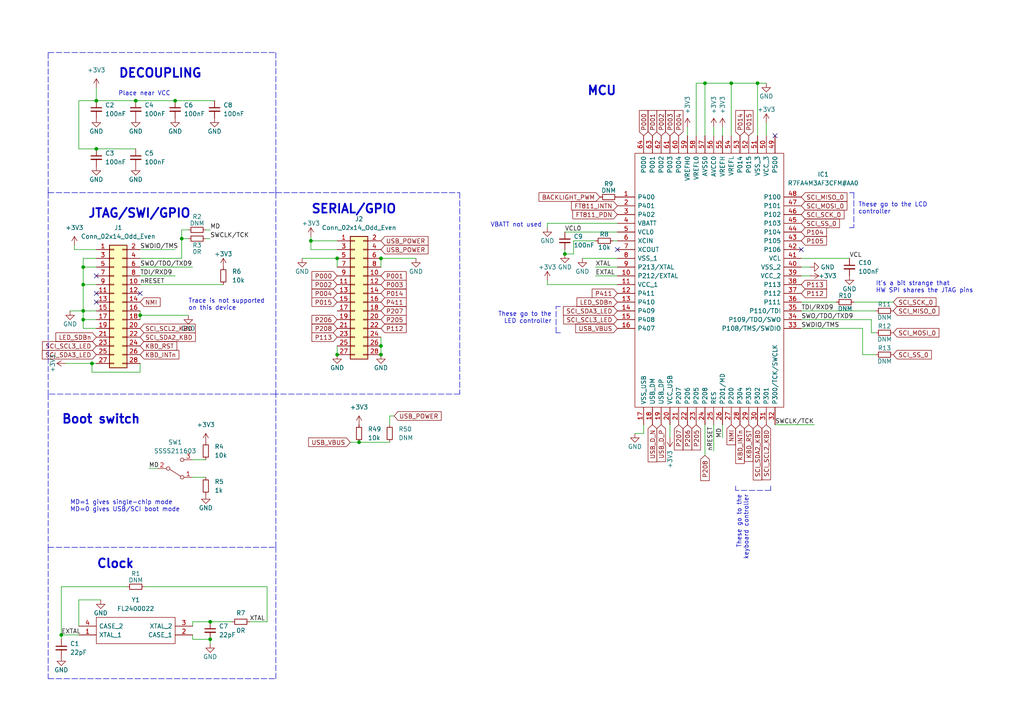
<source format=kicad_sch>
(kicad_sch (version 20211123) (generator eeschema)
  (paper "A4")
  (lib_symbols
    (symbol "Connector_Generic:Conn_02x14_Odd_Even" (pin_names (offset 1.016) hide)
      (property "Reference" "J" (at 1.27 17.78 0))
      (property "Value" "Conn_02x14_Odd_Even" (at 1.27 -20.32 0))
      (symbol "Conn_02x14_Odd_Even_1_1"
        (rectangle (start -1.27 -17.653) (end 0 -17.907) (stroke (width 0.1524)))
        (rectangle (start -1.27 -15.113) (end 0 -15.367) (stroke (width 0.1524)))
        (rectangle (start -1.27 -12.573) (end 0 -12.827) (stroke (width 0.1524)))
        (rectangle (start -1.27 -10.033) (end 0 -10.287) (stroke (width 0.1524)))
        (rectangle (start -1.27 -7.493) (end 0 -7.747) (stroke (width 0.1524)))
        (rectangle (start -1.27 -4.953) (end 0 -5.207) (stroke (width 0.1524)))
        (rectangle (start -1.27 -2.413) (end 0 -2.667) (stroke (width 0.1524)))
        (rectangle (start -1.27 0.127) (end 0 -0.127) (stroke (width 0.1524)))
        (rectangle (start -1.27 2.667) (end 0 2.413) (stroke (width 0.1524)))
        (rectangle (start -1.27 5.207) (end 0 4.953) (stroke (width 0.1524)))
        (rectangle (start -1.27 7.747) (end 0 7.493) (stroke (width 0.1524)))
        (rectangle (start -1.27 10.287) (end 0 10.033) (stroke (width 0.1524)))
        (rectangle (start -1.27 12.827) (end 0 12.573) (stroke (width 0.1524)))
        (rectangle (start -1.27 15.367) (end 0 15.113) (stroke (width 0.1524)))
        (rectangle (start -1.27 16.51) (end 3.81 -19.05) (stroke (width 0.254)) (fill (type background)))
        (rectangle (start 3.81 -17.653) (end 2.54 -17.907) (stroke (width 0.1524)))
        (rectangle (start 3.81 -15.113) (end 2.54 -15.367) (stroke (width 0.1524)))
        (rectangle (start 3.81 -12.573) (end 2.54 -12.827) (stroke (width 0.1524)))
        (rectangle (start 3.81 -10.033) (end 2.54 -10.287) (stroke (width 0.1524)))
        (rectangle (start 3.81 -7.493) (end 2.54 -7.747) (stroke (width 0.1524)))
        (rectangle (start 3.81 -4.953) (end 2.54 -5.207) (stroke (width 0.1524)))
        (rectangle (start 3.81 -2.413) (end 2.54 -2.667) (stroke (width 0.1524)))
        (rectangle (start 3.81 0.127) (end 2.54 -0.127) (stroke (width 0.1524)))
        (rectangle (start 3.81 2.667) (end 2.54 2.413) (stroke (width 0.1524)))
        (rectangle (start 3.81 5.207) (end 2.54 4.953) (stroke (width 0.1524)))
        (rectangle (start 3.81 7.747) (end 2.54 7.493) (stroke (width 0.1524)))
        (rectangle (start 3.81 10.287) (end 2.54 10.033) (stroke (width 0.1524)))
        (rectangle (start 3.81 12.827) (end 2.54 12.573) (stroke (width 0.1524)))
        (rectangle (start 3.81 15.367) (end 2.54 15.113) (stroke (width 0.1524)))
        (pin passive line (at -5.08 15.24 0) (length 3.81) (name "Pin_1") (number "1"))
        (pin passive line (at 7.62 5.08 180) (length 3.81) (name "Pin_10") (number "10"))
        (pin passive line (at -5.08 2.54 0) (length 3.81) (name "Pin_11") (number "11"))
        (pin passive line (at 7.62 2.54 180) (length 3.81) (name "Pin_12") (number "12"))
        (pin passive line (at -5.08 0 0) (length 3.81) (name "Pin_13") (number "13"))
        (pin passive line (at 7.62 0 180) (length 3.81) (name "Pin_14") (number "14"))
        (pin passive line (at -5.08 -2.54 0) (length 3.81) (name "Pin_15") (number "15"))
        (pin passive line (at 7.62 -2.54 180) (length 3.81) (name "Pin_16") (number "16"))
        (pin passive line (at -5.08 -5.08 0) (length 3.81) (name "Pin_17") (number "17"))
        (pin passive line (at 7.62 -5.08 180) (length 3.81) (name "Pin_18") (number "18"))
        (pin passive line (at -5.08 -7.62 0) (length 3.81) (name "Pin_19") (number "19"))
        (pin passive line (at 7.62 15.24 180) (length 3.81) (name "Pin_2") (number "2"))
        (pin passive line (at 7.62 -7.62 180) (length 3.81) (name "Pin_20") (number "20"))
        (pin passive line (at -5.08 -10.16 0) (length 3.81) (name "Pin_21") (number "21"))
        (pin passive line (at 7.62 -10.16 180) (length 3.81) (name "Pin_22") (number "22"))
        (pin passive line (at -5.08 -12.7 0) (length 3.81) (name "Pin_23") (number "23"))
        (pin passive line (at 7.62 -12.7 180) (length 3.81) (name "Pin_24") (number "24"))
        (pin passive line (at -5.08 -15.24 0) (length 3.81) (name "Pin_25") (number "25"))
        (pin passive line (at 7.62 -15.24 180) (length 3.81) (name "Pin_26") (number "26"))
        (pin passive line (at -5.08 -17.78 0) (length 3.81) (name "Pin_27") (number "27"))
        (pin passive line (at 7.62 -17.78 180) (length 3.81) (name "Pin_28") (number "28"))
        (pin passive line (at -5.08 12.7 0) (length 3.81) (name "Pin_3") (number "3"))
        (pin passive line (at 7.62 12.7 180) (length 3.81) (name "Pin_4") (number "4"))
        (pin passive line (at -5.08 10.16 0) (length 3.81) (name "Pin_5") (number "5"))
        (pin passive line (at 7.62 10.16 180) (length 3.81) (name "Pin_6") (number "6"))
        (pin passive line (at -5.08 7.62 0) (length 3.81) (name "Pin_7") (number "7"))
        (pin passive line (at 7.62 7.62 180) (length 3.81) (name "Pin_8") (number "8"))
        (pin passive line (at -5.08 5.08 0) (length 3.81) (name "Pin_9") (number "9"))
      )
    )
    (symbol "Device:C_Small" (pin_numbers hide) (pin_names (offset 0.254) hide)
      (property "Reference" "C" (at 0.254 1.778 0))
      (property "Value" "C_Small" (at 0.254 -2.032 0))
      (symbol "C_Small_0_1"
        (polyline (pts (xy -1.524 -0.508) (xy 1.524 -0.508)) (stroke (width 0.3302)))
        (polyline (pts (xy -1.524 0.508) (xy 1.524 0.508)) (stroke (width 0.3048)))
      )
      (symbol "C_Small_1_1"
        (pin passive line (at 0 2.54 270) (length 2.032) (name "~") (number "1"))
        (pin passive line (at 0 -2.54 90) (length 2.032) (name "~") (number "2"))
      )
    )
    (symbol "Device:R_Small" (pin_numbers hide) (pin_names (offset 0.254) hide)
      (property "Reference" "R" (at 0.762 0.508 0))
      (property "Value" "R_Small" (at 0.762 -1.016 0))
      (symbol "R_Small_0_1"
        (rectangle (start -0.762 1.778) (end 0.762 -1.778) (stroke (width 0.2032)))
      )
      (symbol "R_Small_1_1"
        (pin passive line (at 0 2.54 270) (length 0.762) (name "~") (number "1"))
        (pin passive line (at 0 -2.54 90) (length 0.762) (name "~") (number "2"))
      )
    )
    (symbol "SamacSys_Parts:FL2400022" (pin_names (offset 0.762))
      (property "Reference" "Y" (at 29.21 7.62 0))
      (property "Value" "FL2400022" (at 29.21 5.08 0))
      (symbol "FL2400022_0_0"
        (pin passive line (at 0 -2.54 0) (length 5.08) (name "XTAL_1") (number "1"))
        (pin passive line (at 33.02 -2.54 180) (length 5.08) (name "CASE_1") (number "2"))
        (pin passive line (at 33.02 0 180) (length 5.08) (name "XTAL_2") (number "3"))
        (pin passive line (at 0 0 0) (length 5.08) (name "CASE_2") (number "4"))
      )
      (symbol "FL2400022_0_1"
        (polyline (pts (xy 5.08 2.54) (xy 27.94 2.54) (xy 27.94 -5.08) (xy 5.08 -5.08) (xy 5.08 2.54)) (stroke (width 0.1524)))
      )
    )
    (symbol "SamacSys_Parts:R7FA4M3AF3CFM#AA0" (pin_names (offset 0.762))
      (property "Reference" "IC" (at 49.53 17.78 0))
      (property "Value" "R7FA4M3AF3CFM#AA0" (at 49.53 15.24 0))
      (symbol "R7FA4M3AF3CFM#AA0_0_0"
        (pin passive line (at 0 0 0) (length 5.08) (name "P400") (number "1"))
        (pin passive line (at 0 -22.86 0) (length 5.08) (name "P212/EXTAL") (number "10"))
        (pin passive line (at 0 -25.4 0) (length 5.08) (name "VCC_1") (number "11"))
        (pin passive line (at 0 -27.94 0) (length 5.08) (name "P411") (number "12"))
        (pin passive line (at 0 -30.48 0) (length 5.08) (name "P410") (number "13"))
        (pin passive line (at 0 -33.02 0) (length 5.08) (name "P409") (number "14"))
        (pin passive line (at 0 -35.56 0) (length 5.08) (name "P408") (number "15"))
        (pin passive line (at 0 -38.1 0) (length 5.08) (name "P407") (number "16"))
        (pin passive line (at 7.62 -66.04 90) (length 5.08) (name "VSS_USB") (number "17"))
        (pin passive line (at 10.16 -66.04 90) (length 5.08) (name "USB_DM") (number "18"))
        (pin passive line (at 12.7 -66.04 90) (length 5.08) (name "USB_DP") (number "19"))
        (pin passive line (at 0 -2.54 0) (length 5.08) (name "P401") (number "2"))
        (pin passive line (at 15.24 -66.04 90) (length 5.08) (name "VCC_USB") (number "20"))
        (pin passive line (at 17.78 -66.04 90) (length 5.08) (name "P207") (number "21"))
        (pin passive line (at 20.32 -66.04 90) (length 5.08) (name "P206") (number "22"))
        (pin passive line (at 22.86 -66.04 90) (length 5.08) (name "P205") (number "23"))
        (pin passive line (at 25.4 -66.04 90) (length 5.08) (name "P208") (number "24"))
        (pin passive line (at 27.94 -66.04 90) (length 5.08) (name "RES") (number "25"))
        (pin passive line (at 30.48 -66.04 90) (length 5.08) (name "P201/MD") (number "26"))
        (pin passive line (at 33.02 -66.04 90) (length 5.08) (name "P200") (number "27"))
        (pin passive line (at 35.56 -66.04 90) (length 5.08) (name "P304") (number "28"))
        (pin passive line (at 38.1 -66.04 90) (length 5.08) (name "P303") (number "29"))
        (pin passive line (at 0 -5.08 0) (length 5.08) (name "P402") (number "3"))
        (pin passive line (at 40.64 -66.04 90) (length 5.08) (name "P302") (number "30"))
        (pin passive line (at 43.18 -66.04 90) (length 5.08) (name "P301") (number "31"))
        (pin passive line (at 45.72 -66.04 90) (length 5.08) (name "P300/TCK/SWCLK") (number "32"))
        (pin passive line (at 53.34 -38.1 180) (length 5.08) (name "P108/TMS/SWDIO") (number "33"))
        (pin passive line (at 53.34 -35.56 180) (length 5.08) (name "P109/TDO/SWO") (number "34"))
        (pin passive line (at 53.34 -33.02 180) (length 5.08) (name "P110/TDI") (number "35"))
        (pin passive line (at 53.34 -30.48 180) (length 5.08) (name "P111") (number "36"))
        (pin passive line (at 53.34 -27.94 180) (length 5.08) (name "P112") (number "37"))
        (pin passive line (at 53.34 -25.4 180) (length 5.08) (name "P113") (number "38"))
        (pin passive line (at 53.34 -22.86 180) (length 5.08) (name "VCC_2") (number "39"))
        (pin passive line (at 0 -7.62 0) (length 5.08) (name "VBATT") (number "4"))
        (pin passive line (at 53.34 -20.32 180) (length 5.08) (name "VSS_2") (number "40"))
        (pin passive line (at 53.34 -17.78 180) (length 5.08) (name "VCL") (number "41"))
        (pin passive line (at 53.34 -15.24 180) (length 5.08) (name "P106") (number "42"))
        (pin passive line (at 53.34 -12.7 180) (length 5.08) (name "P105") (number "43"))
        (pin passive line (at 53.34 -10.16 180) (length 5.08) (name "P104") (number "44"))
        (pin passive line (at 53.34 -7.62 180) (length 5.08) (name "P103") (number "45"))
        (pin passive line (at 53.34 -5.08 180) (length 5.08) (name "P102") (number "46"))
        (pin passive line (at 53.34 -2.54 180) (length 5.08) (name "P101") (number "47"))
        (pin passive line (at 53.34 0 180) (length 5.08) (name "P100") (number "48"))
        (pin passive line (at 45.72 17.78 270) (length 5.08) (name "P500") (number "49"))
        (pin passive line (at 0 -10.16 0) (length 5.08) (name "VCL0") (number "5"))
        (pin passive line (at 43.18 17.78 270) (length 5.08) (name "VCC_3") (number "50"))
        (pin passive line (at 40.64 17.78 270) (length 5.08) (name "VSS_3") (number "51"))
        (pin passive line (at 38.1 17.78 270) (length 5.08) (name "P015") (number "52"))
        (pin passive line (at 35.56 17.78 270) (length 5.08) (name "P014") (number "53"))
        (pin passive line (at 33.02 17.78 270) (length 5.08) (name "VREFL") (number "54"))
        (pin passive line (at 30.48 17.78 270) (length 5.08) (name "VREFH") (number "55"))
        (pin passive line (at 27.94 17.78 270) (length 5.08) (name "AVCC0") (number "56"))
        (pin passive line (at 25.4 17.78 270) (length 5.08) (name "AVSS0") (number "57"))
        (pin passive line (at 22.86 17.78 270) (length 5.08) (name "VREFL0") (number "58"))
        (pin passive line (at 20.32 17.78 270) (length 5.08) (name "VREFH0") (number "59"))
        (pin passive line (at 0 -12.7 0) (length 5.08) (name "XCIN") (number "6"))
        (pin passive line (at 17.78 17.78 270) (length 5.08) (name "P004") (number "60"))
        (pin passive line (at 15.24 17.78 270) (length 5.08) (name "P003") (number "61"))
        (pin passive line (at 12.7 17.78 270) (length 5.08) (name "P002") (number "62"))
        (pin passive line (at 10.16 17.78 270) (length 5.08) (name "P001") (number "63"))
        (pin passive line (at 7.62 17.78 270) (length 5.08) (name "P000") (number "64"))
        (pin passive line (at 0 -15.24 0) (length 5.08) (name "XCOUT") (number "7"))
        (pin passive line (at 0 -17.78 0) (length 5.08) (name "VSS_1") (number "8"))
        (pin passive line (at 0 -20.32 0) (length 5.08) (name "P213/XTAL") (number "9"))
      )
      (symbol "R7FA4M3AF3CFM#AA0_0_1"
        (polyline (pts (xy 5.08 12.7) (xy 48.26 12.7) (xy 48.26 -60.96) (xy 5.08 -60.96) (xy 5.08 12.7)) (stroke (width 0.1524)))
      )
    )
    (symbol "Switch:SW_SPDT" (pin_names (offset 0) hide)
      (property "Reference" "SW" (at 0 4.318 0))
      (property "Value" "SW_SPDT" (at 0 -5.08 0))
      (symbol "SW_SPDT_0_0"
        (circle (center -2.032 0) (radius 0.508))
        (circle (center 2.032 -2.54) (radius 0.508))
      )
      (symbol "SW_SPDT_0_1"
        (polyline (pts (xy -1.524 0.254) (xy 1.651 2.286)))
        (circle (center 2.032 2.54) (radius 0.508))
      )
      (symbol "SW_SPDT_1_1"
        (pin passive line (at 5.08 2.54 180) (length 2.54) (name "A") (number "1"))
        (pin passive line (at -5.08 0 0) (length 2.54) (name "B") (number "2"))
        (pin passive line (at 5.08 -2.54 180) (length 2.54) (name "C") (number "3"))
      )
    )
    (symbol "power:+3V3" (power) (pin_names (offset 0))
      (property "Value" "+3V3" (at 0 3.556 0))
      (symbol "+3V3_0_1"
        (polyline (pts (xy -0.762 1.27) (xy 0 2.54)))
        (polyline (pts (xy 0 0) (xy 0 2.54)))
        (polyline (pts (xy 0 2.54) (xy 0.762 1.27)))
      )
      (symbol "+3V3_1_1"
        (pin power_in line (at 0 0 90) (length 0) hide (name "+3V3") (number "1"))
      )
    )
    (symbol "power:GND" (power) (pin_names (offset 0))
      (property "Value" "GND" (at 0 -3.81 0))
      (symbol "GND_0_1"
        (polyline (pts (xy 0 0) (xy 0 -1.27) (xy 1.27 -1.27) (xy 0 -2.54) (xy -1.27 -1.27) (xy 0 -1.27)))
      )
      (symbol "GND_1_1"
        (pin power_in line (at 0 0 270) (length 0) hide (name "GND") (number "1"))
      )
    )
  )
  (junction (at 104.14 128.27))
  (junction (at 27.94 29.21))
  (junction (at 27.94 43.18))
  (junction (at 97.79 102.87))
  (junction (at 39.37 29.21))
  (junction (at 204.47 24.13))
  (junction (at 110.49 100.33))
  (junction (at 212.09 24.13))
  (junction (at 110.49 74.93))
  (junction (at 163.83 73.66))
  (junction (at 24.13 90.17))
  (junction (at 52.705 69.215))
  (junction (at 219.71 24.13))
  (junction (at 60.96 180.34))
  (junction (at 24.13 77.47))
  (junction (at 50.8 29.21))
  (junction (at 97.79 74.93))
  (junction (at 24.13 92.71))
  (junction (at 110.49 102.87))
  (junction (at 40.64 91.44))
  (junction (at 90.17 69.85))
  (junction (at 17.78 184.15))
  (junction (at 24.13 82.55))
  (junction (at 26.67 105.41))
  (junction (at 60.96 185.42))
  (no_connect (at 27.94 80.01))
  (no_connect (at 179.07 72.39))
  (no_connect (at 224.79 39.37))
  (no_connect (at 232.41 72.39))
  (no_connect (at 27.94 85.09))
  (no_connect (at 40.64 85.09))
  (no_connect (at 27.94 87.63))
  (polyline (pts (xy 80.01 55.88) (xy 133.35 55.88)))
  (wire (pts (xy 113.03 123.19) (xy 113.03 120.65)))
  (wire (pts (xy 97.79 69.85) (xy 90.17 69.85)))
  (polyline (pts (xy 13.97 15.24) (xy 80.01 15.24)))
  (wire (pts (xy 168.91 74.93) (xy 179.07 74.93)))
  (wire (pts (xy 252.73 92.71) (xy 252.73 96.52)))
  (wire (pts (xy 104.14 128.27) (xy 113.03 128.27)))
  (wire (pts (xy 60.96 185.42) (xy 60.96 186.69)))
  (wire (pts (xy 77.47 170.18) (xy 41.91 170.18)))
  (wire (pts (xy 212.09 24.13) (xy 219.71 24.13)))
  (wire (pts (xy 24.13 92.71) (xy 24.13 95.25)))
  (wire (pts (xy 163.83 67.31) (xy 179.07 67.31)))
  (wire (pts (xy 55.88 133.35) (xy 59.69 133.35)))
  (polyline (pts (xy 13.97 158.75) (xy 80.01 158.75)))
  (wire (pts (xy 110.49 100.33) (xy 110.49 102.87)))
  (wire (pts (xy 40.64 77.47) (xy 55.88 77.47)))
  (wire (pts (xy 40.64 74.93) (xy 52.705 74.93)))
  (wire (pts (xy 110.49 74.93) (xy 120.65 74.93)))
  (wire (pts (xy 209.55 36.83) (xy 209.55 39.37)))
  (wire (pts (xy 22.86 29.21) (xy 27.94 29.21)))
  (wire (pts (xy 184.15 125.73) (xy 186.69 125.73)))
  (wire (pts (xy 24.13 82.55) (xy 24.13 90.17)))
  (wire (pts (xy 40.64 72.39) (xy 50.8 72.39)))
  (wire (pts (xy 36.83 170.18) (xy 17.78 170.18)))
  (wire (pts (xy 22.86 173.99) (xy 22.86 181.61)))
  (wire (pts (xy 24.13 77.47) (xy 24.13 82.55)))
  (wire (pts (xy 232.41 95.25) (xy 250.19 95.25)))
  (polyline (pts (xy 133.35 114.3) (xy 80.01 114.3)))
  (polyline (pts (xy 13.97 114.3) (xy 13.97 158.75)))
  (polyline (pts (xy 13.97 55.88) (xy 13.97 15.24)))
  (polyline (pts (xy 223.52 142.24) (xy 213.36 142.24)))
  (wire (pts (xy 59.69 69.215) (xy 60.96 69.215)))
  (wire (pts (xy 52.705 66.675) (xy 54.61 66.675)))
  (wire (pts (xy 252.73 96.52) (xy 254 96.52)))
  (wire (pts (xy 40.64 80.01) (xy 50.8 80.01)))
  (wire (pts (xy 172.72 77.47) (xy 179.07 77.47)))
  (wire (pts (xy 52.705 74.93) (xy 52.705 69.215)))
  (wire (pts (xy 172.72 80.01) (xy 179.07 80.01)))
  (wire (pts (xy 177.8 69.85) (xy 179.07 69.85)))
  (wire (pts (xy 27.94 74.93) (xy 24.13 74.93)))
  (wire (pts (xy 222.25 35.56) (xy 222.25 39.37)))
  (wire (pts (xy 21.59 72.39) (xy 21.59 71.12)))
  (polyline (pts (xy 13.97 55.88) (xy 13.97 114.3)))
  (polyline (pts (xy 80.01 55.88) (xy 80.01 114.3)))
  (wire (pts (xy 201.93 39.37) (xy 201.93 24.13)))
  (wire (pts (xy 201.93 24.13) (xy 204.47 24.13)))
  (wire (pts (xy 110.49 74.93) (xy 110.49 77.47)))
  (wire (pts (xy 250.19 102.87) (xy 254 102.87)))
  (polyline (pts (xy 13.97 158.75) (xy 13.97 196.85)))
  (polyline (pts (xy 246.38 55.88) (xy 247.65 55.88)))
  (wire (pts (xy 166.37 69.85) (xy 166.37 73.66)))
  (wire (pts (xy 234.95 77.47) (xy 232.41 77.47)))
  (wire (pts (xy 209.55 123.19) (xy 209.55 127)))
  (polyline (pts (xy 223.52 140.97) (xy 223.52 142.24)))
  (wire (pts (xy 27.94 43.18) (xy 39.37 43.18)))
  (polyline (pts (xy 162.56 96.52) (xy 161.29 96.52)))
  (wire (pts (xy 204.47 39.37) (xy 204.47 24.13)))
  (wire (pts (xy 207.01 123.19) (xy 207.01 130.81)))
  (polyline (pts (xy 213.36 140.97) (xy 213.36 142.24)))
  (polyline (pts (xy 80.01 158.75) (xy 80.01 114.3)))
  (wire (pts (xy 110.49 97.79) (xy 110.49 100.33)))
  (wire (pts (xy 166.37 73.66) (xy 163.83 73.66)))
  (wire (pts (xy 77.47 180.34) (xy 77.47 170.18)))
  (wire (pts (xy 24.13 90.17) (xy 27.94 90.17)))
  (wire (pts (xy 250.19 95.25) (xy 250.19 102.87)))
  (wire (pts (xy 72.39 180.34) (xy 77.47 180.34)))
  (polyline (pts (xy 133.35 55.88) (xy 133.35 114.3)))
  (wire (pts (xy 97.79 72.39) (xy 90.17 72.39)))
  (wire (pts (xy 43.18 135.89) (xy 45.72 135.89)))
  (wire (pts (xy 39.37 29.21) (xy 27.94 29.21)))
  (polyline (pts (xy 246.38 66.04) (xy 247.65 66.04)))
  (wire (pts (xy 26.67 105.41) (xy 27.94 105.41)))
  (polyline (pts (xy 80.01 114.3) (xy 13.97 114.3)))
  (polyline (pts (xy 247.65 55.88) (xy 247.65 66.04)))
  (wire (pts (xy 194.31 123.19) (xy 194.31 127)))
  (wire (pts (xy 97.79 74.93) (xy 97.79 77.47)))
  (wire (pts (xy 224.79 123.19) (xy 236.22 123.19)))
  (wire (pts (xy 232.41 92.71) (xy 252.73 92.71)))
  (wire (pts (xy 158.75 81.28) (xy 158.75 82.55)))
  (wire (pts (xy 60.96 185.42) (xy 55.88 185.42)))
  (wire (pts (xy 158.75 64.77) (xy 179.07 64.77)))
  (wire (pts (xy 17.78 170.18) (xy 17.78 184.15)))
  (wire (pts (xy 207.01 36.83) (xy 207.01 39.37)))
  (wire (pts (xy 59.69 66.675) (xy 60.96 66.675)))
  (wire (pts (xy 52.705 69.215) (xy 52.705 66.675)))
  (wire (pts (xy 50.8 29.21) (xy 39.37 29.21)))
  (wire (pts (xy 55.88 180.34) (xy 60.96 180.34)))
  (wire (pts (xy 27.94 72.39) (xy 21.59 72.39)))
  (polyline (pts (xy 80.01 196.85) (xy 80.01 158.75)))
  (wire (pts (xy 40.64 91.44) (xy 40.64 92.71)))
  (wire (pts (xy 26.67 105.41) (xy 26.67 107.95)))
  (wire (pts (xy 186.69 125.73) (xy 186.69 123.19)))
  (wire (pts (xy 26.67 107.95) (xy 40.64 107.95)))
  (wire (pts (xy 212.09 39.37) (xy 212.09 24.13)))
  (wire (pts (xy 232.41 87.63) (xy 242.57 87.63)))
  (wire (pts (xy 232.41 74.93) (xy 246.38 74.93)))
  (polyline (pts (xy 161.29 96.52) (xy 161.29 88.9)))
  (wire (pts (xy 22.86 184.15) (xy 17.78 184.15)))
  (wire (pts (xy 27.94 29.21) (xy 27.94 25.4)))
  (wire (pts (xy 24.13 92.71) (xy 27.94 92.71)))
  (wire (pts (xy 199.39 36.83) (xy 199.39 39.37)))
  (wire (pts (xy 55.88 181.61) (xy 55.88 180.34)))
  (wire (pts (xy 19.05 105.41) (xy 26.67 105.41)))
  (wire (pts (xy 24.13 82.55) (xy 27.94 82.55)))
  (wire (pts (xy 234.95 80.01) (xy 232.41 80.01)))
  (wire (pts (xy 40.64 82.55) (xy 64.77 82.55)))
  (wire (pts (xy 60.96 180.34) (xy 67.31 180.34)))
  (wire (pts (xy 40.64 90.17) (xy 40.64 91.44)))
  (wire (pts (xy 54.61 91.44) (xy 40.64 91.44)))
  (wire (pts (xy 101.6 128.27) (xy 104.14 128.27)))
  (wire (pts (xy 219.71 24.13) (xy 219.71 39.37)))
  (wire (pts (xy 204.47 24.13) (xy 212.09 24.13)))
  (wire (pts (xy 22.86 43.18) (xy 22.86 29.21)))
  (wire (pts (xy 29.21 173.99) (xy 22.86 173.99)))
  (wire (pts (xy 87.63 74.93) (xy 97.79 74.93)))
  (wire (pts (xy 259.08 87.63) (xy 247.65 87.63)))
  (wire (pts (xy 97.79 100.33) (xy 97.79 102.87)))
  (wire (pts (xy 24.13 95.25) (xy 27.94 95.25)))
  (wire (pts (xy 55.88 138.43) (xy 59.69 138.43)))
  (polyline (pts (xy 13.97 196.85) (xy 80.01 196.85)))
  (polyline (pts (xy 162.56 88.9) (xy 161.29 88.9)))
  (wire (pts (xy 52.705 69.215) (xy 54.61 69.215)))
  (polyline (pts (xy 13.97 55.88) (xy 80.01 55.88)))
  (wire (pts (xy 55.88 185.42) (xy 55.88 184.15)))
  (wire (pts (xy 40.64 107.95) (xy 40.64 105.41)))
  (wire (pts (xy 158.75 66.04) (xy 158.75 64.77)))
  (wire (pts (xy 158.75 82.55) (xy 179.07 82.55)))
  (wire (pts (xy 172.72 69.85) (xy 166.37 69.85)))
  (wire (pts (xy 24.13 77.47) (xy 27.94 77.47)))
  (wire (pts (xy 90.17 69.85) (xy 90.17 68.58)))
  (wire (pts (xy 24.13 74.93) (xy 24.13 77.47)))
  (wire (pts (xy 20.32 90.17) (xy 24.13 90.17)))
  (wire (pts (xy 27.94 43.18) (xy 22.86 43.18)))
  (wire (pts (xy 62.23 29.21) (xy 50.8 29.21)))
  (wire (pts (xy 219.71 24.13) (xy 222.25 24.13)))
  (polyline (pts (xy 80.01 15.24) (xy 80.01 55.88)))
  (wire (pts (xy 90.17 72.39) (xy 90.17 69.85)))
  (wire (pts (xy 113.03 120.65) (xy 114.3 120.65)))
  (wire (pts (xy 17.78 184.15) (xy 17.78 185.42)))
  (wire (pts (xy 232.41 90.17) (xy 254 90.17)))
  (wire (pts (xy 204.47 132.08) (xy 204.47 123.19)))
  (wire (pts (xy 24.13 90.17) (xy 24.13 92.71)))
  (wire (pts (xy 163.83 72.39) (xy 163.83 73.66)))
  (text "SERIAL/GPIO" (at 90.17 62.23 0) (effects (font (size 2.54 2.54) (thickness 0.508) bold) (justify left bottom)))
  (text "Clock" (at 27.94 165.1 0) (effects (font (size 2.54 2.54) (thickness 0.508) bold) (justify left bottom)))
  (text "DECOUPLING" (at 34.29 22.86 0) (effects (font (size 2.54 2.54) (thickness 0.508) bold) (justify left bottom)))
  (text "It's a bit strange that \nHW SPI shares the JTAG pins" (at 254 85.09 0) (effects (font (size 1.27 1.27)) (justify left bottom)))
  (text "These go to the\nkeyboard controller" (at 217.17 143.51 270) (effects (font (size 1.27 1.27)) (justify right bottom)))
  (text "These go to the LCD\ncontroller" (at 248.92 62.23 0) (effects (font (size 1.27 1.27)) (justify left bottom)))
  (text "MD=1 gives single-chip mode\nMD=0 gives USB/SCI boot mode" (at 20.32 148.59 0) (effects (font (size 1.27 1.27)) (justify left bottom)))
  (text "Place near VCC" (at 34.29 27.94 0) (effects (font (size 1.27 1.27)) (justify left bottom)))
  (text "VBATT not used" (at 142.24 66.04 0) (effects (font (size 1.27 1.27)) (justify left bottom)))
  (text "Trace is not supported\non this device" (at 54.61 90.17 0) (effects (font (size 1.27 1.27)) (justify left bottom)))
  (text "Boot switch" (at 17.78 123.19 0) (effects (font (size 2.54 2.54) (thickness 0.508) bold) (justify left bottom)))
  (text "MCU" (at 170.18 27.94 0) (effects (font (size 2.54 2.54) (thickness 0.508) bold) (justify left bottom)))
  (text "These go to the\nLED controller" (at 160.02 93.98 180) (effects (font (size 1.27 1.27)) (justify right bottom)))
  (text "JTAG/SWI/GPIO" (at 25.4 63.5 0) (effects (font (size 2.54 2.54) (thickness 0.508) bold) (justify left bottom)))
  (label "TDI{slash}RXD9" (at 232.41 90.17 0))
  (label "XTAL" (at 172.72 77.47 0))
  (label "SWDIO{slash}TMS" (at 232.41 95.25 0))
  (label "SWCLK{slash}TCK" (at 60.96 69.215 0))
  (label "nRESET" (at 40.64 82.55 0))
  (label "MD" (at 209.55 127 90))
  (label "SWDIO{slash}TMS" (at 40.64 72.39 0))
  (label "XTAL" (at 72.39 180.34 0))
  (label "SWCLK{slash}TCK" (at 224.79 123.19 0))
  (label "VCL" (at 246.38 74.93 0))
  (label "EXTAL" (at 17.78 184.15 0))
  (label "MD" (at 60.96 66.675 0))
  (label "EXTAL" (at 172.72 80.01 0))
  (label "SWO{slash}TDO{slash}TXD9" (at 232.41 92.71 0))
  (label "VCL0" (at 163.83 67.31 0))
  (label "TDI{slash}RXD9" (at 40.64 80.01 0))
  (label "SWO{slash}TDO{slash}TXD9" (at 40.64 77.47 0))
  (label "MD" (at 43.18 135.89 0))
  (label "nRESET" (at 207.01 130.81 90))
  (global_label "P004" (shape input) (at 196.85 39.37 90) (property "Intersheet References" "${INTERSHEET_REFS}" (effects hide)))
  (global_label "P112" (shape input) (at 110.49 95.25 0) (property "Intersheet References" "${INTERSHEET_REFS}" (effects hide)))
  (global_label "SCI_SCK_0" (shape input) (at 259.08 87.63 0) (property "Intersheet References" "${INTERSHEET_REFS}" (effects hide)))
  (global_label "SCI_SCK_0" (shape input) (at 232.41 62.23 0) (property "Intersheet References" "${INTERSHEET_REFS}" (effects hide)))
  (global_label "P003" (shape input) (at 194.31 39.37 90) (property "Intersheet References" "${INTERSHEET_REFS}" (effects hide)))
  (global_label "P205" (shape input) (at 201.93 123.19 270) (property "Intersheet References" "${INTERSHEET_REFS}" (effects hide)))
  (global_label "USB_D_P" (shape input) (at 191.77 123.19 270) (property "Intersheet References" "${INTERSHEET_REFS}" (effects hide)))
  (global_label "P015" (shape input) (at 217.17 39.37 90) (property "Intersheet References" "${INTERSHEET_REFS}" (effects hide)))
  (global_label "P112" (shape input) (at 232.41 85.09 0) (property "Intersheet References" "${INTERSHEET_REFS}" (effects hide)))
  (global_label "FT811_PDN" (shape input) (at 179.07 62.23 180) (property "Intersheet References" "${INTERSHEET_REFS}" (effects hide)))
  (global_label "P002" (shape input) (at 191.77 39.37 90) (property "Intersheet References" "${INTERSHEET_REFS}" (effects hide)))
  (global_label "USB_VBUS" (shape input) (at 179.07 95.25 180) (property "Intersheet References" "${INTERSHEET_REFS}" (effects hide)))
  (global_label "SCI_MISO_0" (shape input) (at 232.41 57.15 0) (property "Intersheet References" "${INTERSHEET_REFS}" (effects hide)))
  (global_label "P003" (shape input) (at 110.49 82.55 0) (property "Intersheet References" "${INTERSHEET_REFS}" (effects hide)))
  (global_label "SCI_MOSI_0" (shape input) (at 232.41 59.69 0) (property "Intersheet References" "${INTERSHEET_REFS}" (effects hide)))
  (global_label "KBD_INTn" (shape input) (at 40.64 102.87 0) (property "Intersheet References" "${INTERSHEET_REFS}" (effects hide)))
  (global_label "P105" (shape input) (at 232.41 69.85 0) (property "Intersheet References" "${INTERSHEET_REFS}" (effects hide)))
  (global_label "P207" (shape input) (at 196.85 123.19 270) (property "Intersheet References" "${INTERSHEET_REFS}" (effects hide)))
  (global_label "SCI_SDA2_KBD" (shape input) (at 219.71 123.19 270) (property "Intersheet References" "${INTERSHEET_REFS}" (effects hide)))
  (global_label "P206" (shape input) (at 97.79 92.71 180) (property "Intersheet References" "${INTERSHEET_REFS}" (effects hide)))
  (global_label "KBD_RST" (shape input) (at 40.64 100.33 0) (property "Intersheet References" "${INTERSHEET_REFS}" (effects hide)))
  (global_label "P014" (shape input) (at 110.49 85.09 0) (property "Intersheet References" "${INTERSHEET_REFS}" (effects hide)))
  (global_label "SCI_MISO_0" (shape input) (at 259.08 90.17 0) (property "Intersheet References" "${INTERSHEET_REFS}" (effects hide)))
  (global_label "USB_POWER" (shape input) (at 110.49 72.39 0) (property "Intersheet References" "${INTERSHEET_REFS}" (effects hide)))
  (global_label "BACKLIGHT_PWM" (shape input) (at 173.99 57.15 180) (property "Intersheet References" "${INTERSHEET_REFS}" (effects hide)))
  (global_label "SCI_SDA2_KBD" (shape input) (at 40.64 97.79 0) (property "Intersheet References" "${INTERSHEET_REFS}" (effects hide)))
  (global_label "SCI_SCL3_LED" (shape input) (at 27.94 100.33 180) (property "Intersheet References" "${INTERSHEET_REFS}" (effects hide)))
  (global_label "P207" (shape input) (at 110.49 90.17 0) (property "Intersheet References" "${INTERSHEET_REFS}" (effects hide)))
  (global_label "NMI" (shape input) (at 212.09 123.19 270) (property "Intersheet References" "${INTERSHEET_REFS}" (effects hide)))
  (global_label "SCI_SS_0" (shape input) (at 232.41 64.77 0) (property "Intersheet References" "${INTERSHEET_REFS}" (effects hide)))
  (global_label "P014" (shape input) (at 214.63 39.37 90) (property "Intersheet References" "${INTERSHEET_REFS}" (effects hide)))
  (global_label "P004" (shape input) (at 97.79 85.09 180) (property "Intersheet References" "${INTERSHEET_REFS}" (effects hide)))
  (global_label "SCI_SCL2_KBD" (shape input) (at 222.25 123.19 270) (property "Intersheet References" "${INTERSHEET_REFS}" (effects hide)))
  (global_label "P113" (shape input) (at 232.41 82.55 0) (property "Intersheet References" "${INTERSHEET_REFS}" (effects hide)))
  (global_label "P113" (shape input) (at 97.79 97.79 180) (property "Intersheet References" "${INTERSHEET_REFS}" (effects hide)))
  (global_label "P015" (shape input) (at 97.79 87.63 180) (property "Intersheet References" "${INTERSHEET_REFS}" (effects hide)))
  (global_label "SCI_SDA3_LED" (shape input) (at 179.07 90.17 180) (property "Intersheet References" "${INTERSHEET_REFS}" (effects hide)))
  (global_label "LED_SDBn" (shape input) (at 27.94 97.79 180) (property "Intersheet References" "${INTERSHEET_REFS}" (effects hide)))
  (global_label "P104" (shape input) (at 232.41 67.31 0) (property "Intersheet References" "${INTERSHEET_REFS}" (effects hide)))
  (global_label "P411" (shape input) (at 110.49 87.63 0) (property "Intersheet References" "${INTERSHEET_REFS}" (effects hide)))
  (global_label "P001" (shape input) (at 110.49 80.01 0) (property "Intersheet References" "${INTERSHEET_REFS}" (effects hide)))
  (global_label "FT811_INTN" (shape input) (at 179.07 59.69 180) (property "Intersheet References" "${INTERSHEET_REFS}" (effects hide)))
  (global_label "P205" (shape input) (at 110.49 92.71 0) (property "Intersheet References" "${INTERSHEET_REFS}" (effects hide)))
  (global_label "P001" (shape input) (at 189.23 39.37 90) (property "Intersheet References" "${INTERSHEET_REFS}" (effects hide)))
  (global_label "P000" (shape input) (at 186.69 39.37 90) (property "Intersheet References" "${INTERSHEET_REFS}" (effects hide)))
  (global_label "SCI_SCL2_KBD" (shape input) (at 40.64 95.25 0) (property "Intersheet References" "${INTERSHEET_REFS}" (effects hide)))
  (global_label "KBD_INTn" (shape input) (at 214.63 123.19 270) (property "Intersheet References" "${INTERSHEET_REFS}" (effects hide)))
  (global_label "P206" (shape input) (at 199.39 123.19 270) (property "Intersheet References" "${INTERSHEET_REFS}" (effects hide)))
  (global_label "USB_VBUS" (shape input) (at 101.6 128.27 180) (property "Intersheet References" "${INTERSHEET_REFS}" (effects hide)))
  (global_label "SCI_SCL3_LED" (shape input) (at 179.07 92.71 180) (property "Intersheet References" "${INTERSHEET_REFS}" (effects hide)))
  (global_label "P208" (shape input) (at 97.79 95.25 180) (property "Intersheet References" "${INTERSHEET_REFS}" (effects hide)))
  (global_label "USB_POWER" (shape input) (at 114.3 120.65 0) (property "Intersheet References" "${INTERSHEET_REFS}" (effects hide)))
  (global_label "SCI_MOSI_0" (shape input) (at 259.08 96.52 0) (property "Intersheet References" "${INTERSHEET_REFS}" (effects hide)))
  (global_label "P000" (shape input) (at 97.79 80.01 180) (property "Intersheet References" "${INTERSHEET_REFS}" (effects hide)))
  (global_label "USB_POWER" (shape input) (at 110.49 69.85 0) (property "Intersheet References" "${INTERSHEET_REFS}" (effects hide)))
  (global_label "P208" (shape input) (at 204.47 132.08 270) (property "Intersheet References" "${INTERSHEET_REFS}" (effects hide)))
  (global_label "P002" (shape input) (at 97.79 82.55 180) (property "Intersheet References" "${INTERSHEET_REFS}" (effects hide)))
  (global_label "NMI" (shape input) (at 40.64 87.63 0) (property "Intersheet References" "${INTERSHEET_REFS}" (effects hide)))
  (global_label "SCI_SDA3_LED" (shape input) (at 27.94 102.87 180) (property "Intersheet References" "${INTERSHEET_REFS}" (effects hide)))
  (global_label "LED_SDBn" (shape input) (at 179.07 87.63 180) (property "Intersheet References" "${INTERSHEET_REFS}" (effects hide)))
  (global_label "KBD_RST" (shape input) (at 217.17 123.19 270) (property "Intersheet References" "${INTERSHEET_REFS}" (effects hide)))
  (global_label "USB_D_N" (shape input) (at 189.23 123.19 270) (property "Intersheet References" "${INTERSHEET_REFS}" (effects hide)))
  (global_label "P411" (shape input) (at 179.07 85.09 180) (property "Intersheet References" "${INTERSHEET_REFS}" (effects hide)))
  (global_label "SCI_SS_0" (shape input) (at 259.08 102.87 0) (property "Intersheet References" "${INTERSHEET_REFS}" (effects hide)))
  (symbol (lib_id "power:+3V3") (at 27.94 25.4 0) (unit 1)
    (property "Reference" "#PWR04" (effects hide))
    (property "Value" "+3V3" (at 27.94 20.32 0))
  )
  (symbol (lib_id "power:GND") (at 59.69 143.51 0) (unit 1)
    (property "Reference" "#PWR012" (effects hide))
    (property "Value" "GND" (at 59.69 147.32 0))
  )
  (symbol (lib_id "Device:R_Small") (at 64.77 80.01 0) (mirror y) (unit 1)
    (property "Reference" "R6" (at 67.31 78.7399 0) (effects (justify right)))
    (property "Value" "10k" (at 67.31 81.2799 0) (effects (justify right)))
    (property "Footprint" "Resistor_SMD:R_0402_1005Metric" (effects hide))
    (property "LCSC" "C140214" (effects hide))
  )
  (symbol (lib_id "Device:R_Small") (at 256.54 102.87 90) (mirror x) (unit 1)
    (property "Reference" "R13" (at 256.54 100.965 90))
    (property "Value" "DNM" (at 256.54 104.775 90))
    (property "Footprint" "Resistor_SMD:R_0402_1005Metric" (effects hide))
    (property "LCSC" "DNM" (effects hide))
  )
  (symbol (lib_id "Device:R_Small") (at 59.69 140.97 0) (mirror y) (unit 1)
    (property "Reference" "R5" (at 62.23 139.6999 0) (effects (justify right)))
    (property "Value" "1k" (at 62.23 142.2399 0) (effects (justify right)))
    (property "Footprint" "Resistor_SMD:R_0402_1005Metric" (effects hide))
    (property "LCSC" "C279981" (effects hide))
  )
  (symbol (lib_id "power:+3V3") (at 104.14 123.19 0) (unit 1)
    (property "Reference" "#PWR0105" (effects hide))
    (property "Value" "+3V3" (at 104.14 118.11 0))
  )
  (symbol (lib_id "Device:C_Small") (at 50.8 31.75 0) (unit 1)
    (property "Reference" "C6" (at 53.34 30.4862 0) (effects (justify left)))
    (property "Value" "100nF" (at 53.34 33.0262 0) (effects (justify left)))
    (property "Footprint" "Capacitor_SMD:C_0402_1005Metric" (effects hide))
    (property "LCSC" "C1525" (effects hide))
  )
  (symbol (lib_id "power:GND") (at 222.25 24.13 0) (unit 1)
    (property "Reference" "#PWR028" (effects hide))
    (property "Value" "GND" (at 222.25 27.94 0))
  )
  (symbol (lib_id "power:+3V3") (at 194.31 127 180) (unit 1)
    (property "Reference" "#PWR024" (effects hide))
    (property "Value" "+3V3" (at 194.31 135.89 90) (effects (justify right)))
  )
  (symbol (lib_id "power:+3V3") (at 234.95 80.01 270) (unit 1)
    (property "Reference" "#PWR031" (effects hide))
    (property "Value" "+3V3" (at 240.03 80.01 90))
  )
  (symbol (lib_id "Device:C_Small") (at 27.94 45.72 0) (unit 1)
    (property "Reference" "C3" (at 30.48 44.4562 0) (effects (justify left)))
    (property "Value" "100nF" (at 30.48 46.9962 0) (effects (justify left)))
    (property "Footprint" "Capacitor_SMD:C_0402_1005Metric" (effects hide))
    (property "LCSC" "C1525" (effects hide))
  )
  (symbol (lib_id "Device:C_Small") (at 27.94 31.75 0) (unit 1)
    (property "Reference" "C2" (at 30.48 30.4862 0) (effects (justify left)))
    (property "Value" "100nF" (at 30.48 33.0262 0) (effects (justify left)))
    (property "Footprint" "Capacitor_SMD:C_0402_1005Metric" (effects hide))
    (property "LCSC" "C1525" (effects hide))
  )
  (symbol (lib_id "Connector_Generic:Conn_02x14_Odd_Even") (at 33.02 87.63 0) (unit 1)
    (property "Reference" "J1" (at 34.29 66.04 0))
    (property "Value" "Conn_02x14_Odd_Even" (at 34.29 68.58 0))
    (property "Footprint" "Connector_PinHeader_2.54mm:PinHeader_2x14_P2.54mm_Vertical_SMD" (effects hide))
    (property "LCSC" "DNM" (effects hide))
  )
  (symbol (lib_id "power:GND") (at 234.95 77.47 90) (unit 1)
    (property "Reference" "#PWR030" (effects hide))
    (property "Value" "GND" (at 240.03 77.47 90))
  )
  (symbol (lib_id "Device:C_Small") (at 62.23 31.75 0) (unit 1)
    (property "Reference" "C8" (at 64.77 30.4862 0) (effects (justify left)))
    (property "Value" "100nF" (at 64.77 33.0262 0) (effects (justify left)))
    (property "Footprint" "Capacitor_SMD:C_0402_1005Metric" (effects hide))
    (property "LCSC" "C1525" (effects hide))
  )
  (symbol (lib_id "power:GND") (at 50.8 34.29 0) (unit 1)
    (property "Reference" "#PWR010" (effects hide))
    (property "Value" "GND" (at 50.8 38.1 0))
  )
  (symbol (lib_id "Device:R_Small") (at 59.69 130.81 0) (mirror y) (unit 1)
    (property "Reference" "R4" (at 62.23 129.5399 0) (effects (justify right)))
    (property "Value" "10k" (at 62.23 132.0799 0) (effects (justify right)))
    (property "Footprint" "Resistor_SMD:R_0402_1005Metric" (effects hide))
    (property "LCSC" "C140214" (effects hide))
  )
  (symbol (lib_id "power:+3V3") (at 222.25 35.56 0) (unit 1)
    (property "Reference" "#PWR029" (effects hide))
    (property "Value" "+3V3" (at 222.25 31.75 0))
  )
  (symbol (lib_id "Device:R_Small") (at 39.37 170.18 90) (mirror x) (unit 1)
    (property "Reference" "R1" (at 39.37 166.37 90))
    (property "Value" "DNM" (at 39.37 168.275 90))
    (property "Footprint" "Resistor_SMD:R_0402_1005Metric" (effects hide))
    (property "LCSC" "DNM" (effects hide))
  )
  (symbol (lib_id "Switch:SW_SPDT") (at 50.8 135.89 0) (mirror x) (unit 1)
    (property "Reference" "SW1" (at 50.8 128.27 0))
    (property "Value" "SSSS211603" (at 50.8 130.81 0))
    (property "Footprint" "SamacSys_Parts:SSSS211603" (effects hide))
    (property "LCSC" "C125040" (effects hide))
    (property "Manufacturer" "Alps Alpine" (effects hide))
  )
  (symbol (lib_id "power:+3V3") (at 90.17 68.58 0) (unit 1)
    (property "Reference" "#PWR017" (effects hide))
    (property "Value" "+3V3" (at 90.17 64.77 0))
  )
  (symbol (lib_id "Device:C_Small") (at 39.37 45.72 0) (unit 1)
    (property "Reference" "C5" (at 41.91 44.4562 0) (effects (justify left)))
    (property "Value" "100nF" (at 41.91 46.9962 0) (effects (justify left)))
    (property "Footprint" "Capacitor_SMD:C_0402_1005Metric" (effects hide))
    (property "LCSC" "C1525" (effects hide))
  )
  (symbol (lib_id "power:GND") (at 120.65 74.93 0) (unit 1)
    (property "Reference" "#PWR018" (effects hide))
    (property "Value" "GND" (at 120.65 78.74 0))
  )
  (symbol (lib_id "power:+3V3") (at 64.77 77.47 0) (unit 1)
    (property "Reference" "#PWR015" (effects hide))
    (property "Value" "+3V3" (at 64.77 73.66 0))
  )
  (symbol (lib_id "power:GND") (at 29.21 173.99 0) (unit 1)
    (property "Reference" "#PWR07" (effects hide))
    (property "Value" "GND" (at 29.21 177.8 0))
  )
  (symbol (lib_id "power:GND") (at 246.38 80.01 0) (unit 1)
    (property "Reference" "#PWR032" (effects hide))
    (property "Value" "GND" (at 246.38 83.82 0))
  )
  (symbol (lib_id "power:GND") (at 163.83 73.66 0) (unit 1)
    (property "Reference" "#PWR021" (effects hide))
    (property "Value" "GND" (at 163.83 77.47 0))
  )
  (symbol (lib_id "power:+3V3") (at 158.75 81.28 0) (unit 1)
    (property "Reference" "#PWR020" (effects hide))
    (property "Value" "+3V3" (at 158.75 77.47 0))
  )
  (symbol (lib_id "Connector_Generic:Conn_02x14_Odd_Even") (at 102.87 85.09 0) (unit 1)
    (property "Reference" "J2" (at 104.14 63.5 0))
    (property "Value" "Conn_02x14_Odd_Even" (at 104.14 66.04 0))
    (property "Footprint" "Connector_PinHeader_2.54mm:PinHeader_2x14_P2.54mm_Vertical_SMD" (effects hide))
    (property "LCSC" "DNM" (effects hide))
  )
  (symbol (lib_id "Device:R_Small") (at 176.53 57.15 90) (mirror x) (unit 1)
    (property "Reference" "R9" (at 176.53 53.34 90))
    (property "Value" "DNM" (at 176.53 55.245 90))
    (property "Footprint" "Resistor_SMD:R_0402_1005Metric" (effects hide))
    (property "LCSC" "DNM" (effects hide))
  )
  (symbol (lib_id "Device:C_Small") (at 163.83 69.85 0) (unit 1)
    (property "Reference" "C9" (at 166.37 68.5862 0) (effects (justify left)))
    (property "Value" "100nF" (at 166.37 71.1262 0) (effects (justify left)))
    (property "Footprint" "Capacitor_SMD:C_0402_1005Metric" (effects hide))
    (property "LCSC" "C1525" (effects hide))
  )
  (symbol (lib_id "Device:C_Small") (at 246.38 77.47 0) (unit 1)
    (property "Reference" "C10" (at 248.92 76.2062 0) (effects (justify left)))
    (property "Value" "100nF" (at 248.92 78.7462 0) (effects (justify left)))
    (property "Footprint" "Capacitor_SMD:C_0402_1005Metric" (effects hide))
    (property "LCSC" "C1525" (effects hide))
  )
  (symbol (lib_id "Device:R_Small") (at 57.15 66.675 90) (mirror x) (unit 1)
    (property "Reference" "R2" (at 57.15 62.865 90))
    (property "Value" "DNM" (at 57.15 64.77 90))
    (property "Footprint" "Resistor_SMD:R_0402_1005Metric" (effects hide))
    (property "LCSC" "DNM" (effects hide))
  )
  (symbol (lib_id "power:GND") (at 110.49 102.87 0) (unit 1)
    (property "Reference" "#PWR0103" (effects hide))
    (property "Value" "GND" (at 110.49 106.68 0))
  )
  (symbol (lib_id "power:+3V3") (at 19.05 105.41 90) (unit 1)
    (property "Reference" "#PWR0101" (effects hide))
    (property "Value" "+3V3" (at 15.24 105.41 0))
  )
  (symbol (lib_id "Device:R_Small") (at 256.54 90.17 90) (mirror x) (unit 1)
    (property "Reference" "R11" (at 256.54 88.265 90))
    (property "Value" "DNM" (at 256.54 92.075 90))
    (property "Footprint" "Resistor_SMD:R_0402_1005Metric" (effects hide))
    (property "LCSC" "DNM" (effects hide))
  )
  (symbol (lib_id "power:+3V3") (at 199.39 36.83 0) (unit 1)
    (property "Reference" "#PWR025" (effects hide))
    (property "Value" "+3V3" (at 199.39 30.48 90))
  )
  (symbol (lib_id "SamacSys_Parts:FL2400022") (at 22.86 181.61 0) (unit 1)
    (property "Reference" "Y1" (at 39.37 173.99 0))
    (property "Value" "FL2400022" (at 39.37 176.53 0))
    (property "Footprint" "SamacSys_Parts:FL2400022" (effects hide))
    (property "Datasheet" "https://www.diodes.com/assets/Datasheets/FL.pdf" (effects hide))
    (property "Description" "Crystals 24.000MHz 10pF 10ppm -25 to +85" (effects hide))
    (property "Height" "0.78" (effects hide))
    (property "Mouser Part Number" "729-FL2400022" (effects hide))
    (property "Mouser Price/Stock" "https://www.mouser.co.uk/ProductDetail/Diodes-Incorporated/FL2400022?qs=Rp3RbKSfAt2zpz%2FaQHXuXA%3D%3D" (effects hide))
    (property "Manufacturer_Name" "Diodes Inc." (effects hide))
    (property "Manufacturer_Part_Number" "FL2400022" (effects hide))
    (property "LCSC" "C1985606" (effects hide))
  )
  (symbol (lib_id "power:GND") (at 54.61 91.44 0) (unit 1)
    (property "Reference" "#PWR0102" (effects hide))
    (property "Value" "GND" (at 54.61 95.25 0))
  )
  (symbol (lib_id "power:GND") (at 158.75 66.04 0) (unit 1)
    (property "Reference" "#PWR019" (effects hide))
    (property "Value" "GND" (at 158.75 69.85 0))
  )
  (symbol (lib_id "Device:R_Small") (at 69.85 180.34 270) (mirror x) (unit 1)
    (property "Reference" "R7" (at 69.85 177.8 90))
    (property "Value" "0R" (at 69.85 182.88 90))
    (property "Footprint" "Resistor_SMD:R_0402_1005Metric" (effects hide))
    (property "LCSC" "C174180" (effects hide))
  )
  (symbol (lib_id "power:GND") (at 27.94 48.26 0) (unit 1)
    (property "Reference" "#PWR06" (effects hide))
    (property "Value" "GND" (at 27.94 52.07 0))
  )
  (symbol (lib_id "Device:R_Small") (at 113.03 125.73 0) (mirror y) (unit 1)
    (property "Reference" "R50" (at 115.57 124.4599 0) (effects (justify right)))
    (property "Value" "DNM" (at 115.57 126.9999 0) (effects (justify right)))
    (property "Footprint" "Resistor_SMD:R_0402_1005Metric" (effects hide))
    (property "LCSC" "DNM" (effects hide))
  )
  (symbol (lib_id "Device:R_Small") (at 57.15 69.215 270) (mirror x) (unit 1)
    (property "Reference" "R3" (at 57.15 71.12 90))
    (property "Value" "0R" (at 57.15 73.025 90))
    (property "Footprint" "Resistor_SMD:R_0402_1005Metric" (effects hide))
    (property "LCSC" "C174180" (effects hide))
  )
  (symbol (lib_id "power:+3V3") (at 59.69 128.27 0) (unit 1)
    (property "Reference" "#PWR011" (effects hide))
    (property "Value" "+3V3" (at 59.69 123.19 0))
  )
  (symbol (lib_id "power:+3V3") (at 21.59 71.12 0) (unit 1)
    (property "Reference" "#PWR02" (effects hide))
    (property "Value" "+3V3" (at 21.59 66.04 0))
  )
  (symbol (lib_id "Device:R_Small") (at 245.11 87.63 90) (mirror x) (unit 1)
    (property "Reference" "R10" (at 245.11 85.725 90))
    (property "Value" "DNM" (at 245.11 89.535 90))
    (property "Footprint" "Resistor_SMD:R_0402_1005Metric" (effects hide))
    (property "LCSC" "DNM" (effects hide))
  )
  (symbol (lib_id "power:GND") (at 20.32 90.17 0) (unit 1)
    (property "Reference" "#PWR03" (effects hide))
    (property "Value" "GND" (at 20.32 93.98 0))
  )
  (symbol (lib_id "power:GND") (at 62.23 34.29 0) (unit 1)
    (property "Reference" "#PWR014" (effects hide))
    (property "Value" "GND" (at 62.23 38.1 0))
  )
  (symbol (lib_id "Device:C_Small") (at 17.78 187.96 0) (unit 1)
    (property "Reference" "C1" (at 20.32 186.6962 0) (effects (justify left)))
    (property "Value" "22pF" (at 20.32 189.2362 0) (effects (justify left)))
    (property "Footprint" "Capacitor_SMD:C_0402_1005Metric" (effects hide))
    (property "LCSC" "C1555" (effects hide))
  )
  (symbol (lib_id "power:GND") (at 17.78 190.5 0) (unit 1)
    (property "Reference" "#PWR01" (effects hide))
    (property "Value" "GND" (at 17.78 194.31 0))
  )
  (symbol (lib_id "Device:C_Small") (at 60.96 182.88 0) (unit 1)
    (property "Reference" "C7" (at 63.5 181.6162 0) (effects (justify left)))
    (property "Value" "22pF" (at 63.5 184.1562 0) (effects (justify left)))
    (property "Footprint" "Capacitor_SMD:C_0402_1005Metric" (effects hide))
    (property "LCSC" "C1555" (effects hide))
  )
  (symbol (lib_id "power:GND") (at 184.15 125.73 0) (unit 1)
    (property "Reference" "#PWR023" (effects hide))
    (property "Value" "GND" (at 184.15 129.54 0))
  )
  (symbol (lib_id "power:GND") (at 60.96 186.69 0) (unit 1)
    (property "Reference" "#PWR013" (effects hide))
    (property "Value" "GND" (at 60.96 190.5 0))
  )
  (symbol (lib_id "power:GND") (at 39.37 34.29 0) (unit 1)
    (property "Reference" "#PWR08" (effects hide))
    (property "Value" "GND" (at 39.37 38.1 0))
  )
  (symbol (lib_id "power:GND") (at 87.63 74.93 0) (unit 1)
    (property "Reference" "#PWR016" (effects hide))
    (property "Value" "GND" (at 87.63 78.74 0))
  )
  (symbol (lib_id "Device:C_Small") (at 39.37 31.75 0) (unit 1)
    (property "Reference" "C4" (at 41.91 30.4862 0) (effects (justify left)))
    (property "Value" "100nF" (at 41.91 33.0262 0) (effects (justify left)))
    (property "Footprint" "Capacitor_SMD:C_0402_1005Metric" (effects hide))
    (property "LCSC" "C1525" (effects hide))
  )
  (symbol (lib_id "power:+3V3") (at 207.01 36.83 0) (unit 1)
    (property "Reference" "#PWR026" (effects hide))
    (property "Value" "+3V3" (at 207.01 30.48 90))
  )
  (symbol (lib_id "power:GND") (at 39.37 48.26 0) (unit 1)
    (property "Reference" "#PWR09" (effects hide))
    (property "Value" "GND" (at 39.37 52.07 0))
  )
  (symbol (lib_id "power:+3V3") (at 209.55 36.83 0) (unit 1)
    (property "Reference" "#PWR027" (effects hide))
    (property "Value" "+3V3" (at 209.55 30.48 90))
  )
  (symbol (lib_id "Device:R_Small") (at 256.54 96.52 90) (mirror x) (unit 1)
    (property "Reference" "R12" (at 256.54 94.615 90))
    (property "Value" "DNM" (at 256.54 98.425 90))
    (property "Footprint" "Resistor_SMD:R_0402_1005Metric" (effects hide))
    (property "LCSC" "DNM" (effects hide))
  )
  (symbol (lib_id "Device:R_Small") (at 104.14 125.73 0) (mirror y) (unit 1)
    (property "Reference" "R49" (at 106.68 124.4599 0) (effects (justify right)))
    (property "Value" "10k" (at 106.68 126.9999 0) (effects (justify right)))
    (property "Footprint" "Resistor_SMD:R_0402_1005Metric" (effects hide))
    (property "LCSC" "C140214" (effects hide))
  )
  (symbol (lib_id "power:GND") (at 168.91 74.93 0) (unit 1)
    (property "Reference" "#PWR022" (effects hide))
    (property "Value" "GND" (at 168.91 78.74 0))
  )
  (symbol (lib_id "Device:R_Small") (at 175.26 69.85 90) (mirror x) (unit 1)
    (property "Reference" "R8" (at 175.26 67.945 90))
    (property "Value" "10k" (at 175.26 71.755 90))
    (property "Footprint" "Resistor_SMD:R_0402_1005Metric" (effects hide))
    (property "LCSC" "C140214" (effects hide))
  )
  (symbol (lib_id "power:GND") (at 27.94 34.29 0) (unit 1)
    (property "Reference" "#PWR05" (effects hide))
    (property "Value" "GND" (at 27.94 38.1 0))
  )
  (symbol (lib_id "SamacSys_Parts:R7FA4M3AF3CFM#AA0") (at 179.07 57.15 0) (unit 1)
    (property "Reference" "IC1" (at 238.76 50.5712 0))
    (property "Value" "R7FA4M3AF3CFM#AA0" (at 238.76 53.1112 0))
    (property "Footprint" "SamacSys_Parts:QFP50P1200X1200X170-64N" (effects hide))
    (property "Datasheet" "https://www.renesas.com/document/dst/ra4m3-group-datasheet" (effects hide))
    (property "Description" "The Renesas RA4M3 group of 32-bit microcontrollers (MCUs) uses the high-performance Arm Cortex-M33 core with TrustZone. In concert with the secure crypto engine, it offers secure element functionality. The RA4M3 is built on a highly efficient 40nm process and is supported by an open and flexible ecosystem conceptthe Flexible Software Package (FSP), built on FreeRTOSand is expandable to use other RTOSes and middleware. The RA4M3 is suitable for IoT applications requiring vast communication options, futur" (effects hide))
    (property "Height" "1.7" (effects hide))
    (property "Mouser Part Number" "968-R7FA4M3AF3CFMAA0" (effects hide))
    (property "Mouser Price/Stock" "https://www.mouser.co.uk/ProductDetail/Renesas-Electronics/R7FA4M3AF3CFMAA0?qs=T94vaHKWudSBkJy2SlOgfg%3D%3D" (effects hide))
    (property "Manufacturer_Name" "Renesas Electronics" (effects hide))
    (property "Manufacturer_Part_Number" "R7FA4M3AF3CFM#AA0" (effects hide))
    (property "LCSC" "C3230355" (effects hide))
  )
  (symbol (lib_id "power:GND") (at 97.79 102.87 0) (unit 1)
    (property "Reference" "#PWR0104" (effects hide))
    (property "Value" "GND" (at 97.79 106.68 0))
  )
)
</source>
